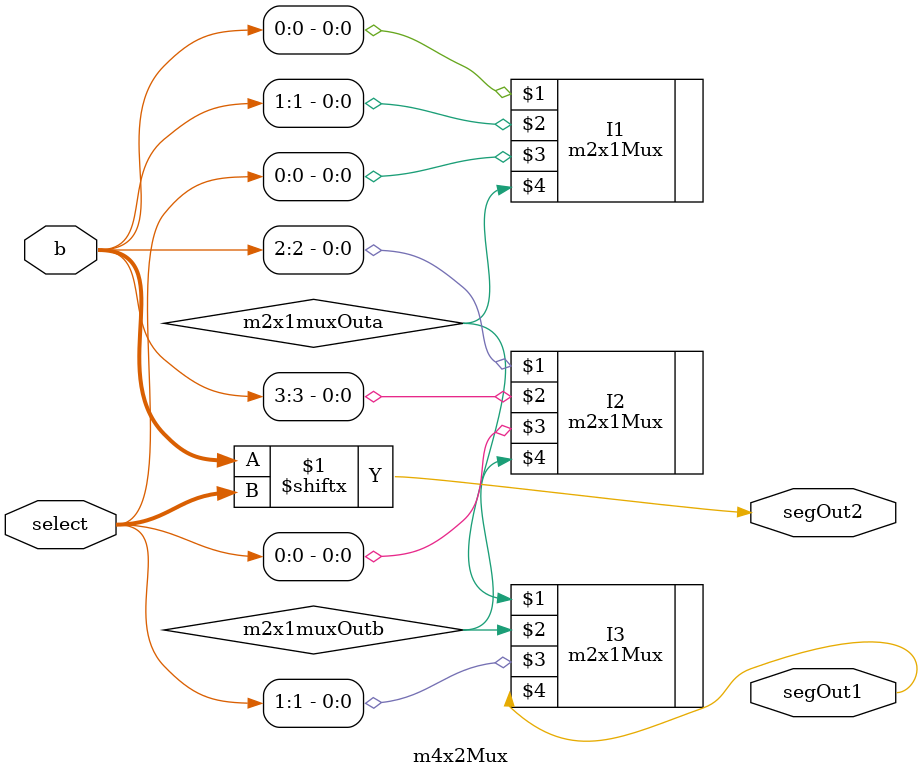
<source format=v>
`timescale 1ns / 1ps

module m4x2Mux(
  input [3:0] b,
  input [1:0] select,
  output segOut1,
  output segOut2);
  
  wire m2x1muxOuta, m2x1muxOutb;
  m2x1Mux I1 (b[0],b[1],select[0],m2x1muxOuta);
  m2x1Mux I2 (b[2],b[3],select[0],m2x1muxOutb);
  m2x1Mux I3 (m2x1muxOuta,m2x1muxOutb,select[1],segOut1);
  
  assign segOut2 = b[select];
  
endmodule
</source>
